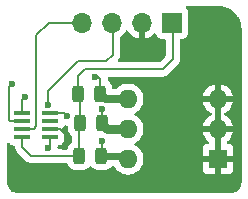
<source format=gbr>
G04 #@! TF.GenerationSoftware,KiCad,Pcbnew,7.0.9*
G04 #@! TF.CreationDate,2024-02-07T11:32:08+05:45*
G04 #@! TF.ProjectId,OBC-v4.0,4f42432d-7634-42e3-902e-6b696361645f,rev?*
G04 #@! TF.SameCoordinates,Original*
G04 #@! TF.FileFunction,Copper,L1,Top*
G04 #@! TF.FilePolarity,Positive*
%FSLAX46Y46*%
G04 Gerber Fmt 4.6, Leading zero omitted, Abs format (unit mm)*
G04 Created by KiCad (PCBNEW 7.0.9) date 2024-02-07 11:32:08*
%MOMM*%
%LPD*%
G01*
G04 APERTURE LIST*
G04 Aperture macros list*
%AMRoundRect*
0 Rectangle with rounded corners*
0 $1 Rounding radius*
0 $2 $3 $4 $5 $6 $7 $8 $9 X,Y pos of 4 corners*
0 Add a 4 corners polygon primitive as box body*
4,1,4,$2,$3,$4,$5,$6,$7,$8,$9,$2,$3,0*
0 Add four circle primitives for the rounded corners*
1,1,$1+$1,$2,$3*
1,1,$1+$1,$4,$5*
1,1,$1+$1,$6,$7*
1,1,$1+$1,$8,$9*
0 Add four rect primitives between the rounded corners*
20,1,$1+$1,$2,$3,$4,$5,0*
20,1,$1+$1,$4,$5,$6,$7,0*
20,1,$1+$1,$6,$7,$8,$9,0*
20,1,$1+$1,$8,$9,$2,$3,0*%
G04 Aperture macros list end*
G04 #@! TA.AperFunction,SMDPad,CuDef*
%ADD10RoundRect,0.243750X-0.243750X-0.456250X0.243750X-0.456250X0.243750X0.456250X-0.243750X0.456250X0*%
G04 #@! TD*
G04 #@! TA.AperFunction,SMDPad,CuDef*
%ADD11RoundRect,0.243750X0.243750X0.456250X-0.243750X0.456250X-0.243750X-0.456250X0.243750X-0.456250X0*%
G04 #@! TD*
G04 #@! TA.AperFunction,SMDPad,CuDef*
%ADD12R,1.320800X0.431800*%
G04 #@! TD*
G04 #@! TA.AperFunction,ComponentPad*
%ADD13R,1.600000X1.600000*%
G04 #@! TD*
G04 #@! TA.AperFunction,ComponentPad*
%ADD14O,1.600000X1.600000*%
G04 #@! TD*
G04 #@! TA.AperFunction,ComponentPad*
%ADD15R,1.700000X1.700000*%
G04 #@! TD*
G04 #@! TA.AperFunction,ComponentPad*
%ADD16O,1.700000X1.700000*%
G04 #@! TD*
G04 #@! TA.AperFunction,ViaPad*
%ADD17C,0.600000*%
G04 #@! TD*
G04 #@! TA.AperFunction,Conductor*
%ADD18C,0.200000*%
G04 #@! TD*
G04 #@! TA.AperFunction,Conductor*
%ADD19C,0.600000*%
G04 #@! TD*
G04 #@! TA.AperFunction,Conductor*
%ADD20C,0.700000*%
G04 #@! TD*
G04 #@! TA.AperFunction,Conductor*
%ADD21C,0.800000*%
G04 #@! TD*
G04 APERTURE END LIST*
D10*
X115000000Y-94840000D03*
X116875000Y-94840000D03*
D11*
X116785000Y-89570000D03*
X114910000Y-89570000D03*
X116905000Y-92080000D03*
X115030000Y-92080000D03*
D12*
X112548800Y-93220600D03*
X112548800Y-92560200D03*
X112548800Y-91899800D03*
X112548800Y-91239400D03*
X110161200Y-91239400D03*
X110161200Y-91899800D03*
X110161200Y-92560200D03*
X110161200Y-93220600D03*
D13*
X126752500Y-95115000D03*
D14*
X126752500Y-92575000D03*
X126752500Y-90035000D03*
X119132500Y-90035000D03*
X119132500Y-92575000D03*
X119132500Y-95115000D03*
D15*
X122855000Y-83570000D03*
D16*
X120315000Y-83570000D03*
X117775000Y-83570000D03*
X115235000Y-83570000D03*
D17*
X113815000Y-94110000D03*
X120465000Y-86170000D03*
X122055000Y-89560000D03*
X114155000Y-96790000D03*
X124185000Y-88020000D03*
X116925000Y-93550000D03*
X113935000Y-91440000D03*
X116325000Y-88129500D03*
X109285000Y-88720000D03*
X110375000Y-89850000D03*
X116905000Y-90910000D03*
X112335000Y-94190000D03*
X112395000Y-90523998D03*
D18*
X113815000Y-92966000D02*
X113815000Y-94110000D01*
X112548800Y-92560200D02*
X113409200Y-92560200D01*
X113409200Y-92560200D02*
X113815000Y-92966000D01*
X110945000Y-94840000D02*
X110161200Y-94056200D01*
X114910000Y-89570000D02*
X114910000Y-88105000D01*
X115030000Y-92080000D02*
X115030000Y-89690000D01*
X122935000Y-83650000D02*
X122855000Y-83570000D01*
X115000000Y-94840000D02*
X110945000Y-94840000D01*
X110161200Y-94056200D02*
X110161200Y-93220600D01*
X122065000Y-87530000D02*
X122935000Y-86660000D01*
X114910000Y-88105000D02*
X115485000Y-87530000D01*
X115000000Y-92110000D02*
X115030000Y-92080000D01*
X115000000Y-94840000D02*
X115000000Y-92110000D01*
X115030000Y-89690000D02*
X114910000Y-89570000D01*
X122935000Y-86660000D02*
X122935000Y-83650000D01*
X115485000Y-87530000D02*
X122065000Y-87530000D01*
X112405000Y-83570000D02*
X111365000Y-84610000D01*
X111144800Y-92560200D02*
X110161200Y-92560200D01*
X115235000Y-83570000D02*
X112405000Y-83570000D01*
X111365000Y-92340000D02*
X111144800Y-92560200D01*
X111365000Y-86630000D02*
X111365000Y-92340000D01*
X111365000Y-84610000D02*
X111365000Y-86630000D01*
X112548800Y-91239400D02*
X113734400Y-91239400D01*
D19*
X116875000Y-94840000D02*
X118965000Y-94840000D01*
D18*
X113734400Y-91239400D02*
X113935000Y-91440000D01*
X116925000Y-94790000D02*
X116875000Y-94840000D01*
X116925000Y-93550000D02*
X116925000Y-94790000D01*
X116875000Y-94840000D02*
X118857500Y-94840000D01*
X118965000Y-94840000D02*
X119175000Y-94630000D01*
X118857500Y-94840000D02*
X119132500Y-95115000D01*
X116805000Y-89550000D02*
X116805000Y-88350000D01*
D20*
X117290000Y-90035000D02*
X119132500Y-90035000D01*
D18*
X116805000Y-89550000D02*
X116785000Y-89570000D01*
X109055000Y-91840000D02*
X109114800Y-91899800D01*
X109285000Y-88720000D02*
X109055000Y-88950000D01*
X116805000Y-88350000D02*
X116775000Y-88320000D01*
D20*
X116805000Y-89550000D02*
X117290000Y-90035000D01*
D18*
X109055000Y-88950000D02*
X109055000Y-91840000D01*
X116775000Y-88320000D02*
X116584500Y-88129500D01*
X109114800Y-91899800D02*
X110161200Y-91899800D01*
X116584500Y-88129500D02*
X116325000Y-88129500D01*
X116905000Y-90910000D02*
X116905000Y-92080000D01*
X110161200Y-91239400D02*
X110161200Y-90063800D01*
X119165000Y-92080000D02*
X119175000Y-92090000D01*
X110161200Y-90063800D02*
X110375000Y-89850000D01*
D21*
X117400000Y-92575000D02*
X119132500Y-92575000D01*
X116905000Y-92080000D02*
X117400000Y-92575000D01*
D18*
X112548800Y-93220600D02*
X112548800Y-93976200D01*
X112395000Y-89340000D02*
X114905000Y-86830000D01*
X117305000Y-86830000D02*
X117855000Y-86280000D01*
X112395000Y-90523998D02*
X112395000Y-89340000D01*
X117855000Y-86280000D02*
X117855000Y-83650000D01*
X117855000Y-83650000D02*
X117775000Y-83570000D01*
X114905000Y-86830000D02*
X117305000Y-86830000D01*
X112548800Y-93976200D02*
X112335000Y-94190000D01*
G04 #@! TA.AperFunction,Conductor*
G36*
X127002500Y-94799314D02*
G01*
X126990545Y-94787359D01*
X126877648Y-94729835D01*
X126783981Y-94715000D01*
X126721019Y-94715000D01*
X126627352Y-94729835D01*
X126514455Y-94787359D01*
X126502500Y-94799314D01*
X126502500Y-92890686D01*
X126514455Y-92902641D01*
X126627352Y-92960165D01*
X126721019Y-92975000D01*
X126783981Y-92975000D01*
X126877648Y-92960165D01*
X126990545Y-92902641D01*
X127002500Y-92890686D01*
X127002500Y-94799314D01*
G37*
G04 #@! TD.AperFunction*
G04 #@! TA.AperFunction,Conductor*
G36*
X127002500Y-92259314D02*
G01*
X126990545Y-92247359D01*
X126877648Y-92189835D01*
X126783981Y-92175000D01*
X126721019Y-92175000D01*
X126627352Y-92189835D01*
X126514455Y-92247359D01*
X126502500Y-92259314D01*
X126502500Y-90350686D01*
X126514455Y-90362641D01*
X126627352Y-90420165D01*
X126721019Y-90435000D01*
X126783981Y-90435000D01*
X126877648Y-90420165D01*
X126990545Y-90362641D01*
X127002500Y-90350686D01*
X127002500Y-92259314D01*
G37*
G04 #@! TD.AperFunction*
G04 #@! TA.AperFunction,Conductor*
G36*
X126827018Y-82145633D02*
G01*
X127014288Y-82157906D01*
X127072146Y-82161698D01*
X127080183Y-82162756D01*
X127319119Y-82210284D01*
X127326933Y-82212378D01*
X127557624Y-82290687D01*
X127565107Y-82293785D01*
X127773187Y-82396399D01*
X127783600Y-82401534D01*
X127790629Y-82405592D01*
X127993183Y-82540934D01*
X127999611Y-82545866D01*
X128142712Y-82671362D01*
X128182768Y-82706490D01*
X128188507Y-82712229D01*
X128349131Y-82895386D01*
X128354067Y-82901818D01*
X128404409Y-82977161D01*
X128489406Y-83104368D01*
X128493465Y-83111399D01*
X128601208Y-83329879D01*
X128604314Y-83337380D01*
X128617750Y-83376961D01*
X128682618Y-83568056D01*
X128684717Y-83575890D01*
X128732241Y-83814806D01*
X128733301Y-83822855D01*
X128749367Y-84067981D01*
X128749500Y-84072037D01*
X128749500Y-97067294D01*
X128749264Y-97072700D01*
X128736400Y-97219728D01*
X128732647Y-97241013D01*
X128696553Y-97375719D01*
X128689160Y-97396031D01*
X128630224Y-97522418D01*
X128619417Y-97541136D01*
X128539430Y-97655370D01*
X128525536Y-97671928D01*
X128426928Y-97770536D01*
X128410370Y-97784430D01*
X128296136Y-97864417D01*
X128277418Y-97875224D01*
X128151031Y-97934160D01*
X128130719Y-97941553D01*
X127996013Y-97977647D01*
X127974728Y-97981400D01*
X127860977Y-97991352D01*
X127827695Y-97994264D01*
X127822294Y-97994500D01*
X109827706Y-97994500D01*
X109822304Y-97994264D01*
X109785648Y-97991057D01*
X109675271Y-97981400D01*
X109653986Y-97977647D01*
X109519280Y-97941553D01*
X109498968Y-97934160D01*
X109372581Y-97875224D01*
X109353863Y-97864417D01*
X109239629Y-97784430D01*
X109223071Y-97770536D01*
X109124463Y-97671928D01*
X109110569Y-97655370D01*
X109030582Y-97541136D01*
X109019775Y-97522418D01*
X108960839Y-97396031D01*
X108953446Y-97375719D01*
X108917352Y-97241013D01*
X108913599Y-97219727D01*
X108900736Y-97072700D01*
X108900500Y-97067294D01*
X108900500Y-93855674D01*
X108920185Y-93788635D01*
X108972989Y-93742880D01*
X109042147Y-93732936D01*
X109105703Y-93761961D01*
X109123763Y-93781359D01*
X109137539Y-93799761D01*
X109254596Y-93887389D01*
X109338168Y-93918560D01*
X109391593Y-93938487D01*
X109391599Y-93938489D01*
X109415004Y-93941005D01*
X109437013Y-93943372D01*
X109501564Y-93970110D01*
X109541412Y-94027503D01*
X109546696Y-94050478D01*
X109552221Y-94092448D01*
X109552223Y-94092463D01*
X109563254Y-94176250D01*
X109568361Y-94215048D01*
X109568363Y-94215054D01*
X109629673Y-94363071D01*
X109629676Y-94363077D01*
X109667929Y-94412928D01*
X109702723Y-94458272D01*
X109702725Y-94458274D01*
X109702726Y-94458275D01*
X109727212Y-94490186D01*
X109755898Y-94512198D01*
X109761994Y-94517543D01*
X110483655Y-95239204D01*
X110488996Y-95245294D01*
X110498927Y-95258236D01*
X110511010Y-95273984D01*
X110511011Y-95273985D01*
X110511013Y-95273987D01*
X110534894Y-95292311D01*
X110541284Y-95297215D01*
X110541308Y-95297235D01*
X110601064Y-95343087D01*
X110638124Y-95371524D01*
X110638126Y-95371524D01*
X110638128Y-95371526D01*
X110712136Y-95402181D01*
X110786149Y-95432838D01*
X110860611Y-95442641D01*
X110944999Y-95453751D01*
X110945000Y-95453751D01*
X110945001Y-95453751D01*
X110980853Y-95449031D01*
X110988954Y-95448500D01*
X113924686Y-95448500D01*
X113991725Y-95468185D01*
X114037480Y-95520989D01*
X114042388Y-95533487D01*
X114069839Y-95616329D01*
X114162156Y-95765998D01*
X114286502Y-95890344D01*
X114436171Y-95982661D01*
X114603096Y-96037974D01*
X114706125Y-96048500D01*
X115293874Y-96048499D01*
X115396904Y-96037974D01*
X115563829Y-95982661D01*
X115713498Y-95890344D01*
X115837844Y-95765998D01*
X115837849Y-95765988D01*
X115840232Y-95762977D01*
X115842400Y-95761441D01*
X115842951Y-95760891D01*
X115843045Y-95760985D01*
X115897254Y-95722599D01*
X115967053Y-95719459D01*
X116027469Y-95754554D01*
X116034768Y-95762977D01*
X116037153Y-95765994D01*
X116037156Y-95765998D01*
X116161502Y-95890344D01*
X116311171Y-95982661D01*
X116478096Y-96037974D01*
X116581125Y-96048500D01*
X117168874Y-96048499D01*
X117271904Y-96037974D01*
X117438829Y-95982661D01*
X117588498Y-95890344D01*
X117712844Y-95765998D01*
X117748987Y-95707400D01*
X117800933Y-95660679D01*
X117854524Y-95648500D01*
X117858508Y-95648500D01*
X117925547Y-95668185D01*
X117970889Y-95720093D01*
X117994977Y-95771749D01*
X118126302Y-95959300D01*
X118288200Y-96121198D01*
X118475751Y-96252523D01*
X118600591Y-96310736D01*
X118683250Y-96349281D01*
X118683252Y-96349281D01*
X118683257Y-96349284D01*
X118904413Y-96408543D01*
X119067332Y-96422796D01*
X119132498Y-96428498D01*
X119132500Y-96428498D01*
X119132502Y-96428498D01*
X119189521Y-96423509D01*
X119360587Y-96408543D01*
X119581743Y-96349284D01*
X119789249Y-96252523D01*
X119976800Y-96121198D01*
X120135154Y-95962844D01*
X125452500Y-95962844D01*
X125458901Y-96022372D01*
X125458903Y-96022379D01*
X125509145Y-96157086D01*
X125509149Y-96157093D01*
X125595309Y-96272187D01*
X125595312Y-96272190D01*
X125710406Y-96358350D01*
X125710413Y-96358354D01*
X125845120Y-96408596D01*
X125845127Y-96408598D01*
X125904655Y-96414999D01*
X125904672Y-96415000D01*
X126502500Y-96415000D01*
X126502500Y-95430686D01*
X126514455Y-95442641D01*
X126627352Y-95500165D01*
X126721019Y-95515000D01*
X126783981Y-95515000D01*
X126877648Y-95500165D01*
X126990545Y-95442641D01*
X127002500Y-95430686D01*
X127002500Y-96415000D01*
X127600328Y-96415000D01*
X127600344Y-96414999D01*
X127659872Y-96408598D01*
X127659879Y-96408596D01*
X127794586Y-96358354D01*
X127794593Y-96358350D01*
X127909687Y-96272190D01*
X127909690Y-96272187D01*
X127995850Y-96157093D01*
X127995854Y-96157086D01*
X128046096Y-96022379D01*
X128046098Y-96022372D01*
X128052499Y-95962844D01*
X128052500Y-95962827D01*
X128052500Y-95365000D01*
X127068186Y-95365000D01*
X127080141Y-95353045D01*
X127137665Y-95240148D01*
X127157486Y-95115000D01*
X127137665Y-94989852D01*
X127080141Y-94876955D01*
X127068186Y-94865000D01*
X128052500Y-94865000D01*
X128052500Y-94267172D01*
X128052499Y-94267155D01*
X128046098Y-94207627D01*
X128046096Y-94207620D01*
X127995854Y-94072913D01*
X127995850Y-94072906D01*
X127909690Y-93957812D01*
X127909687Y-93957809D01*
X127794593Y-93871649D01*
X127794586Y-93871645D01*
X127659879Y-93821403D01*
X127659872Y-93821401D01*
X127623522Y-93817493D01*
X127558971Y-93790755D01*
X127519123Y-93733362D01*
X127516630Y-93663537D01*
X127552283Y-93603448D01*
X127565656Y-93592628D01*
X127591319Y-93574658D01*
X127752157Y-93413820D01*
X127882634Y-93227482D01*
X127978765Y-93021326D01*
X127978769Y-93021317D01*
X128031372Y-92825000D01*
X127068186Y-92825000D01*
X127080141Y-92813045D01*
X127137665Y-92700148D01*
X127157486Y-92575000D01*
X127137665Y-92449852D01*
X127080141Y-92336955D01*
X127068186Y-92325000D01*
X128031372Y-92325000D01*
X128031372Y-92324999D01*
X127978769Y-92128682D01*
X127978765Y-92128673D01*
X127882634Y-91922517D01*
X127752157Y-91736179D01*
X127591320Y-91575342D01*
X127404981Y-91444865D01*
X127404979Y-91444864D01*
X127346043Y-91417382D01*
X127293603Y-91371210D01*
X127274451Y-91304017D01*
X127294666Y-91237136D01*
X127346043Y-91192618D01*
X127404979Y-91165135D01*
X127404981Y-91165134D01*
X127591320Y-91034657D01*
X127752157Y-90873820D01*
X127882634Y-90687482D01*
X127978765Y-90481326D01*
X127978769Y-90481317D01*
X128031372Y-90285000D01*
X127068186Y-90285000D01*
X127080141Y-90273045D01*
X127137665Y-90160148D01*
X127157486Y-90035000D01*
X127137665Y-89909852D01*
X127080141Y-89796955D01*
X127068186Y-89785000D01*
X128031372Y-89785000D01*
X128031372Y-89784999D01*
X127978769Y-89588682D01*
X127978765Y-89588673D01*
X127882634Y-89382517D01*
X127752157Y-89196179D01*
X127591320Y-89035342D01*
X127404982Y-88904865D01*
X127198828Y-88808734D01*
X127002500Y-88756127D01*
X127002500Y-89719314D01*
X126990545Y-89707359D01*
X126877648Y-89649835D01*
X126783981Y-89635000D01*
X126721019Y-89635000D01*
X126627352Y-89649835D01*
X126514455Y-89707359D01*
X126502500Y-89719314D01*
X126502500Y-88756127D01*
X126306171Y-88808734D01*
X126100017Y-88904865D01*
X125913679Y-89035342D01*
X125752842Y-89196179D01*
X125622365Y-89382517D01*
X125526234Y-89588673D01*
X125526230Y-89588682D01*
X125473627Y-89784999D01*
X125473628Y-89785000D01*
X126436814Y-89785000D01*
X126424859Y-89796955D01*
X126367335Y-89909852D01*
X126347514Y-90035000D01*
X126367335Y-90160148D01*
X126424859Y-90273045D01*
X126436814Y-90285000D01*
X125473628Y-90285000D01*
X125526230Y-90481317D01*
X125526234Y-90481326D01*
X125622365Y-90687482D01*
X125752842Y-90873820D01*
X125913679Y-91034657D01*
X126100017Y-91165134D01*
X126158957Y-91192618D01*
X126211396Y-91238790D01*
X126230548Y-91305984D01*
X126210332Y-91372865D01*
X126158957Y-91417382D01*
X126100017Y-91444865D01*
X125913679Y-91575342D01*
X125752842Y-91736179D01*
X125622365Y-91922517D01*
X125526234Y-92128673D01*
X125526230Y-92128682D01*
X125473627Y-92324999D01*
X125473628Y-92325000D01*
X126436814Y-92325000D01*
X126424859Y-92336955D01*
X126367335Y-92449852D01*
X126347514Y-92575000D01*
X126367335Y-92700148D01*
X126424859Y-92813045D01*
X126436814Y-92825000D01*
X125473628Y-92825000D01*
X125526230Y-93021317D01*
X125526234Y-93021326D01*
X125622365Y-93227482D01*
X125752842Y-93413820D01*
X125913683Y-93574661D01*
X125939345Y-93592630D01*
X125982970Y-93647207D01*
X125990162Y-93716705D01*
X125958640Y-93779060D01*
X125898409Y-93814473D01*
X125881478Y-93817493D01*
X125845126Y-93821401D01*
X125845120Y-93821403D01*
X125710413Y-93871645D01*
X125710406Y-93871649D01*
X125595312Y-93957809D01*
X125595309Y-93957812D01*
X125509149Y-94072906D01*
X125509145Y-94072913D01*
X125458903Y-94207620D01*
X125458901Y-94207627D01*
X125452500Y-94267155D01*
X125452500Y-94865000D01*
X126436814Y-94865000D01*
X126424859Y-94876955D01*
X126367335Y-94989852D01*
X126347514Y-95115000D01*
X126367335Y-95240148D01*
X126424859Y-95353045D01*
X126436814Y-95365000D01*
X125452500Y-95365000D01*
X125452500Y-95962844D01*
X120135154Y-95962844D01*
X120138698Y-95959300D01*
X120270023Y-95771749D01*
X120366784Y-95564243D01*
X120426043Y-95343087D01*
X120445998Y-95115000D01*
X120426043Y-94886913D01*
X120366784Y-94665757D01*
X120270023Y-94458251D01*
X120138698Y-94270700D01*
X119976800Y-94108802D01*
X119789249Y-93977477D01*
X119786510Y-93976200D01*
X119746155Y-93957382D01*
X119693715Y-93911210D01*
X119674563Y-93844017D01*
X119694778Y-93777136D01*
X119746155Y-93732618D01*
X119762723Y-93724892D01*
X119789249Y-93712523D01*
X119976800Y-93581198D01*
X120138698Y-93419300D01*
X120270023Y-93231749D01*
X120366784Y-93024243D01*
X120426043Y-92803087D01*
X120445998Y-92575000D01*
X120426043Y-92346913D01*
X120366784Y-92125757D01*
X120270023Y-91918251D01*
X120138698Y-91730700D01*
X119976800Y-91568802D01*
X119789249Y-91437477D01*
X119746155Y-91417382D01*
X119693715Y-91371210D01*
X119674563Y-91304017D01*
X119694778Y-91237136D01*
X119746155Y-91192618D01*
X119749382Y-91191112D01*
X119789249Y-91172523D01*
X119976800Y-91041198D01*
X120138698Y-90879300D01*
X120270023Y-90691749D01*
X120366784Y-90484243D01*
X120426043Y-90263087D01*
X120445998Y-90035000D01*
X120444398Y-90016717D01*
X120426043Y-89806918D01*
X120426043Y-89806913D01*
X120366784Y-89585757D01*
X120270023Y-89378251D01*
X120138698Y-89190700D01*
X119976800Y-89028802D01*
X119789249Y-88897477D01*
X119755040Y-88881525D01*
X119581749Y-88800718D01*
X119581738Y-88800714D01*
X119360589Y-88741457D01*
X119360581Y-88741456D01*
X119132502Y-88721502D01*
X119132498Y-88721502D01*
X118904418Y-88741456D01*
X118904410Y-88741457D01*
X118683261Y-88800714D01*
X118683250Y-88800718D01*
X118475754Y-88897475D01*
X118475752Y-88897476D01*
X118465200Y-88904865D01*
X118288200Y-89028802D01*
X118288198Y-89028803D01*
X118288195Y-89028806D01*
X118176821Y-89140181D01*
X118115498Y-89173666D01*
X118089140Y-89176500D01*
X117904508Y-89176500D01*
X117837469Y-89156815D01*
X117791714Y-89104011D01*
X117781150Y-89065102D01*
X117777442Y-89028806D01*
X117770474Y-88960596D01*
X117715161Y-88793671D01*
X117622844Y-88644002D01*
X117498498Y-88519656D01*
X117498494Y-88519653D01*
X117472401Y-88503558D01*
X117425677Y-88451609D01*
X117413500Y-88398021D01*
X117413500Y-88393944D01*
X117414031Y-88385843D01*
X117418750Y-88350000D01*
X117413739Y-88311939D01*
X117413736Y-88311909D01*
X117409362Y-88278687D01*
X117420127Y-88209651D01*
X117466506Y-88157395D01*
X117532301Y-88138500D01*
X122021054Y-88138500D01*
X122029151Y-88139030D01*
X122054527Y-88142371D01*
X122064999Y-88143750D01*
X122065000Y-88143750D01*
X122065001Y-88143750D01*
X122100846Y-88139031D01*
X122102961Y-88138752D01*
X122102974Y-88138751D01*
X122104881Y-88138500D01*
X122104885Y-88138500D01*
X122186002Y-88127820D01*
X122204457Y-88125391D01*
X122223851Y-88122838D01*
X122249755Y-88112108D01*
X122371876Y-88061524D01*
X122467072Y-87988477D01*
X122467073Y-87988475D01*
X122475164Y-87982267D01*
X122475171Y-87982261D01*
X122498983Y-87963990D01*
X122498982Y-87963990D01*
X122498987Y-87963987D01*
X122521010Y-87935285D01*
X122526338Y-87929209D01*
X123334202Y-87121345D01*
X123340293Y-87116003D01*
X123368987Y-87093987D01*
X123388318Y-87068792D01*
X123388324Y-87068787D01*
X123393476Y-87062072D01*
X123393478Y-87062071D01*
X123466524Y-86966876D01*
X123527838Y-86818851D01*
X123530391Y-86799456D01*
X123543500Y-86699885D01*
X123543500Y-86699879D01*
X123548750Y-86660000D01*
X123544030Y-86624151D01*
X123543500Y-86616054D01*
X123543500Y-85052500D01*
X123563185Y-84985461D01*
X123615989Y-84939706D01*
X123667500Y-84928500D01*
X123753638Y-84928500D01*
X123753654Y-84928499D01*
X123780692Y-84925591D01*
X123814201Y-84921989D01*
X123951204Y-84870889D01*
X124068261Y-84783261D01*
X124155889Y-84666204D01*
X124206989Y-84529201D01*
X124210959Y-84492272D01*
X124213499Y-84468654D01*
X124213500Y-84468637D01*
X124213500Y-82671362D01*
X124213499Y-82671345D01*
X124210157Y-82640270D01*
X124206989Y-82610799D01*
X124204222Y-82603381D01*
X124177559Y-82531894D01*
X124155889Y-82473796D01*
X124068261Y-82356739D01*
X124068259Y-82356737D01*
X124062946Y-82349640D01*
X124064109Y-82348768D01*
X124035218Y-82295858D01*
X124040202Y-82226166D01*
X124082074Y-82170233D01*
X124147538Y-82145816D01*
X124156384Y-82145500D01*
X126800469Y-82145500D01*
X126822962Y-82145500D01*
X126827018Y-82145633D01*
G37*
G04 #@! TD.AperFunction*
G04 #@! TA.AperFunction,Conductor*
G36*
X113923884Y-92252363D02*
G01*
X113988297Y-92279429D01*
X114027852Y-92337024D01*
X114034000Y-92375582D01*
X114034000Y-92586368D01*
X114034001Y-92586383D01*
X114044526Y-92689405D01*
X114082196Y-92803087D01*
X114099839Y-92856329D01*
X114192156Y-93005998D01*
X114316502Y-93130344D01*
X114332597Y-93140272D01*
X114379321Y-93192219D01*
X114391500Y-93245810D01*
X114391500Y-93655685D01*
X114371815Y-93722724D01*
X114332598Y-93761223D01*
X114286502Y-93789655D01*
X114162157Y-93914000D01*
X114069840Y-94063668D01*
X114069837Y-94063675D01*
X114064294Y-94080405D01*
X114042390Y-94146504D01*
X114002620Y-94203948D01*
X113938104Y-94230772D01*
X113924686Y-94231500D01*
X113270335Y-94231500D01*
X113203296Y-94211815D01*
X113157541Y-94159011D01*
X113147396Y-94091316D01*
X113152621Y-94051625D01*
X113180887Y-93987728D01*
X113239211Y-93949256D01*
X113262297Y-93944520D01*
X113318401Y-93938489D01*
X113318406Y-93938487D01*
X113318407Y-93938487D01*
X113356657Y-93924220D01*
X113455404Y-93887389D01*
X113572461Y-93799761D01*
X113660089Y-93682704D01*
X113705755Y-93560268D01*
X113711188Y-93545704D01*
X113711188Y-93545703D01*
X113711189Y-93545701D01*
X113715760Y-93503185D01*
X113717699Y-93485154D01*
X113717700Y-93485137D01*
X113717700Y-92956062D01*
X113717699Y-92956045D01*
X113711189Y-92895500D01*
X113709414Y-92887986D01*
X113706803Y-92846220D01*
X113709199Y-92823935D01*
X113709200Y-92823918D01*
X113709200Y-92776100D01*
X113698334Y-92765234D01*
X113668298Y-92756415D01*
X113636070Y-92726411D01*
X113616410Y-92700148D01*
X113572461Y-92641439D01*
X113572459Y-92641437D01*
X113567274Y-92634511D01*
X113542857Y-92569047D01*
X113557709Y-92500774D01*
X113567274Y-92485889D01*
X113572459Y-92478962D01*
X113572461Y-92478961D01*
X113636070Y-92393988D01*
X113692004Y-92352118D01*
X113703446Y-92350053D01*
X113718607Y-92334892D01*
X113728885Y-92299891D01*
X113781689Y-92254136D01*
X113847082Y-92243710D01*
X113923884Y-92252363D01*
G37*
G04 #@! TD.AperFunction*
G04 #@! TA.AperFunction,Conductor*
G36*
X120565000Y-84900633D02*
G01*
X120778483Y-84843433D01*
X120778492Y-84843429D01*
X120992578Y-84743600D01*
X121186078Y-84608108D01*
X121301914Y-84492272D01*
X121363237Y-84458787D01*
X121432929Y-84463771D01*
X121488863Y-84505642D01*
X121505777Y-84536619D01*
X121554110Y-84666203D01*
X121554111Y-84666204D01*
X121641739Y-84783261D01*
X121758796Y-84870889D01*
X121895799Y-84921989D01*
X121923050Y-84924918D01*
X121956345Y-84928499D01*
X121956362Y-84928500D01*
X122202500Y-84928500D01*
X122269539Y-84948185D01*
X122315294Y-85000989D01*
X122326500Y-85052500D01*
X122326500Y-86356589D01*
X122306815Y-86423628D01*
X122290181Y-86444270D01*
X121849270Y-86885181D01*
X121787947Y-86918666D01*
X121761589Y-86921500D01*
X118380837Y-86921500D01*
X118313798Y-86901815D01*
X118268043Y-86849011D01*
X118258099Y-86779853D01*
X118284921Y-86721119D01*
X118284036Y-86720440D01*
X118286990Y-86716589D01*
X118287124Y-86716297D01*
X118287639Y-86715743D01*
X118288985Y-86713988D01*
X118288987Y-86713987D01*
X118307267Y-86690164D01*
X118313475Y-86682073D01*
X118313477Y-86682072D01*
X118384726Y-86589217D01*
X118388544Y-86584705D01*
X118392996Y-86579925D01*
X118396462Y-86573922D01*
X118399614Y-86569813D01*
X118399375Y-86568437D01*
X118408020Y-86534978D01*
X118447838Y-86438850D01*
X118463500Y-86319885D01*
X118463500Y-86319884D01*
X118463723Y-86318191D01*
X118463726Y-86318160D01*
X118468750Y-86280000D01*
X118464030Y-86244151D01*
X118463500Y-86236054D01*
X118463500Y-84815583D01*
X118483185Y-84748544D01*
X118516794Y-84714681D01*
X118516528Y-84714339D01*
X118519197Y-84712261D01*
X118519685Y-84711770D01*
X118520561Y-84711197D01*
X118520576Y-84711189D01*
X118698240Y-84572906D01*
X118810325Y-84451150D01*
X118850715Y-84407276D01*
X118850715Y-84407275D01*
X118850722Y-84407268D01*
X118944749Y-84263347D01*
X118997894Y-84217994D01*
X119067125Y-84208570D01*
X119130461Y-84238072D01*
X119150130Y-84260048D01*
X119276890Y-84441078D01*
X119443917Y-84608105D01*
X119637421Y-84743600D01*
X119851507Y-84843429D01*
X119851516Y-84843433D01*
X120065000Y-84900634D01*
X120065000Y-84005501D01*
X120172685Y-84054680D01*
X120279237Y-84070000D01*
X120350763Y-84070000D01*
X120457315Y-84054680D01*
X120565000Y-84005501D01*
X120565000Y-84900633D01*
G37*
G04 #@! TD.AperFunction*
M02*

</source>
